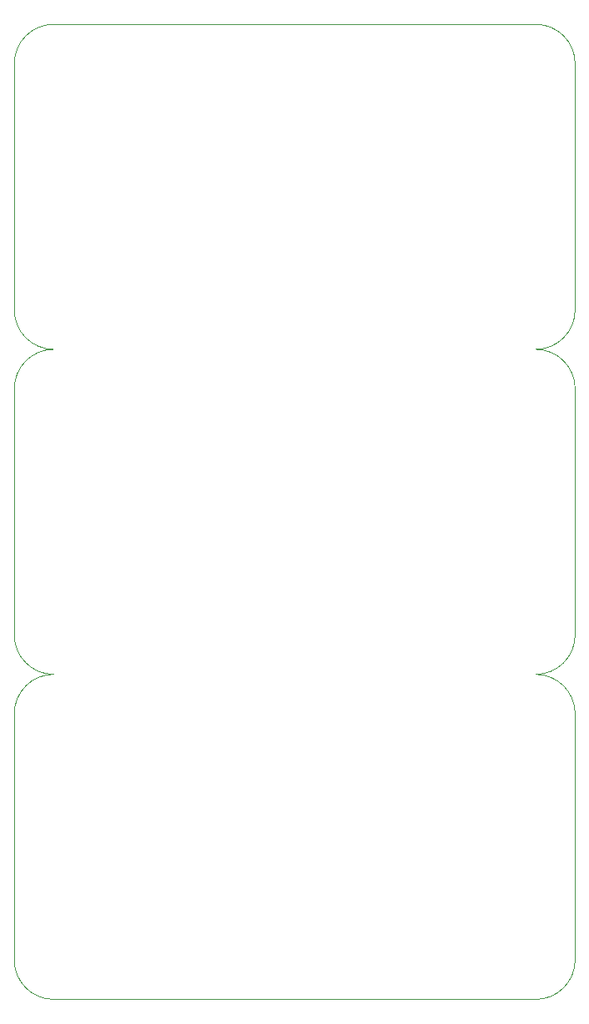
<source format=gm1>
G04 #@! TF.GenerationSoftware,KiCad,Pcbnew,(5.1.5)-3*
G04 #@! TF.CreationDate,2020-02-20T05:13:04+09:00*
G04 #@! TF.ProjectId,ServoDriver-order,53657276-6f44-4726-9976-65722d6f7264,rev?*
G04 #@! TF.SameCoordinates,Original*
G04 #@! TF.FileFunction,Profile,NP*
%FSLAX46Y46*%
G04 Gerber Fmt 4.6, Leading zero omitted, Abs format (unit mm)*
G04 Created by KiCad (PCBNEW (5.1.5)-3) date 2020-02-20 05:13:04*
%MOMM*%
%LPD*%
G04 APERTURE LIST*
%ADD10C,0.050000*%
G04 APERTURE END LIST*
D10*
X168000000Y-57000000D02*
X119000000Y-57000000D01*
X172000000Y-86000000D02*
G75*
G02X168000000Y-90000000I-4000000J0D01*
G01*
X172000000Y-119000000D02*
G75*
G02X168000000Y-123000000I-4000000J0D01*
G01*
X115000000Y-61000000D02*
X115000000Y-86000000D01*
X115000000Y-94000000D02*
X115000000Y-119000000D01*
X172000000Y-86000000D02*
X172000000Y-61000000D01*
X172000000Y-119000000D02*
X172000000Y-94000000D01*
X168000000Y-57000000D02*
G75*
G02X172000000Y-61000000I0J-4000000D01*
G01*
X168000000Y-90000000D02*
G75*
G02X172000000Y-94000000I0J-4000000D01*
G01*
X115000000Y-61000000D02*
G75*
G02X119000000Y-57000000I4000000J0D01*
G01*
X115000000Y-94000000D02*
G75*
G02X119000000Y-90000000I4000000J0D01*
G01*
X119000000Y-90000000D02*
G75*
G02X115000000Y-86000000I0J4000000D01*
G01*
X119000000Y-123000000D02*
G75*
G02X115000000Y-119000000I0J4000000D01*
G01*
X172000000Y-152000000D02*
G75*
G02X168000000Y-156000000I-4000000J0D01*
G01*
X119000000Y-156000000D02*
X168000000Y-156000000D01*
X119000000Y-156000000D02*
G75*
G02X115000000Y-152000000I0J4000000D01*
G01*
X115000000Y-127000000D02*
G75*
G02X119000000Y-123000000I4000000J0D01*
G01*
X168000000Y-123000000D02*
G75*
G02X172000000Y-127000000I0J-4000000D01*
G01*
X172000000Y-152000000D02*
X172000000Y-127000000D01*
X115000000Y-127000000D02*
X115000000Y-152000000D01*
M02*

</source>
